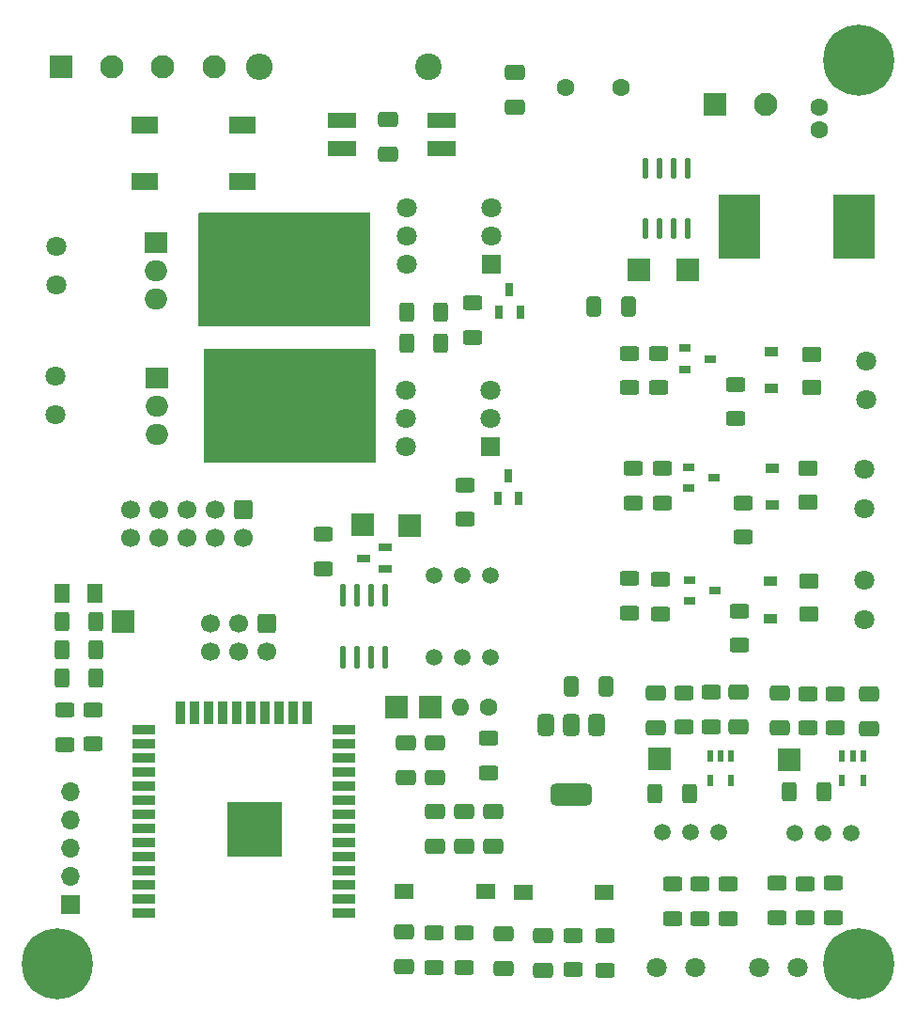
<source format=gbr>
%TF.GenerationSoftware,KiCad,Pcbnew,9.0.0*%
%TF.CreationDate,2025-08-03T03:58:21+03:00*%
%TF.ProjectId,HOT_AIRGUN_EXTRADOPE-rounded,484f545f-4149-4524-9755-4e5f45585452,rev?*%
%TF.SameCoordinates,Original*%
%TF.FileFunction,Soldermask,Top*%
%TF.FilePolarity,Negative*%
%FSLAX46Y46*%
G04 Gerber Fmt 4.6, Leading zero omitted, Abs format (unit mm)*
G04 Created by KiCad (PCBNEW 9.0.0) date 2025-08-03 03:58:21*
%MOMM*%
%LPD*%
G01*
G04 APERTURE LIST*
G04 Aperture macros list*
%AMRoundRect*
0 Rectangle with rounded corners*
0 $1 Rounding radius*
0 $2 $3 $4 $5 $6 $7 $8 $9 X,Y pos of 4 corners*
0 Add a 4 corners polygon primitive as box body*
4,1,4,$2,$3,$4,$5,$6,$7,$8,$9,$2,$3,0*
0 Add four circle primitives for the rounded corners*
1,1,$1+$1,$2,$3*
1,1,$1+$1,$4,$5*
1,1,$1+$1,$6,$7*
1,1,$1+$1,$8,$9*
0 Add four rect primitives between the rounded corners*
20,1,$1+$1,$2,$3,$4,$5,0*
20,1,$1+$1,$4,$5,$6,$7,0*
20,1,$1+$1,$6,$7,$8,$9,0*
20,1,$1+$1,$8,$9,$2,$3,0*%
G04 Aperture macros list end*
%ADD10RoundRect,0.250001X-0.799999X-0.799999X0.799999X-0.799999X0.799999X0.799999X-0.799999X0.799999X0*%
%ADD11C,2.100000*%
%ADD12C,1.600000*%
%ADD13RoundRect,0.250000X-0.625000X0.400000X-0.625000X-0.400000X0.625000X-0.400000X0.625000X0.400000X0*%
%ADD14C,1.520000*%
%ADD15RoundRect,0.250000X0.650000X-0.412500X0.650000X0.412500X-0.650000X0.412500X-0.650000X-0.412500X0*%
%ADD16RoundRect,0.250000X-0.400000X-0.625000X0.400000X-0.625000X0.400000X0.625000X-0.400000X0.625000X0*%
%ADD17R,2.000000X2.000000*%
%ADD18RoundRect,0.250000X-0.650000X0.412500X-0.650000X-0.412500X0.650000X-0.412500X0.650000X0.412500X0*%
%ADD19RoundRect,0.250000X-0.412500X-0.650000X0.412500X-0.650000X0.412500X0.650000X-0.412500X0.650000X0*%
%ADD20C,1.800000*%
%ADD21C,0.800000*%
%ADD22C,6.400000*%
%ADD23RoundRect,0.250000X0.625000X-0.400000X0.625000X0.400000X-0.625000X0.400000X-0.625000X-0.400000X0*%
%ADD24R,1.000000X0.800000*%
%ADD25R,0.600000X1.000000*%
%ADD26RoundRect,0.250001X-0.624999X0.462499X-0.624999X-0.462499X0.624999X-0.462499X0.624999X0.462499X0*%
%ADD27O,2.000000X1.905000*%
%ADD28R,2.000000X1.905000*%
%ADD29O,1.700000X1.700000*%
%ADD30R,1.700000X1.700000*%
%ADD31RoundRect,0.250000X0.400000X0.625000X-0.400000X0.625000X-0.400000X-0.625000X0.400000X-0.625000X0*%
%ADD32R,3.820000X5.820000*%
%ADD33RoundRect,0.375000X-0.375000X0.625000X-0.375000X-0.625000X0.375000X-0.625000X0.375000X0.625000X0*%
%ADD34RoundRect,0.500000X-1.400000X0.500000X-1.400000X-0.500000X1.400000X-0.500000X1.400000X0.500000X0*%
%ADD35R,2.470000X1.510000*%
%ADD36R,1.250000X0.700000*%
%ADD37R,1.150000X0.950000*%
%ADD38R,2.600000X1.420000*%
%ADD39R,0.700000X1.250000*%
%ADD40R,1.800000X1.800000*%
%ADD41R,1.740000X1.400000*%
%ADD42O,0.570000X1.950000*%
%ADD43C,1.700000*%
%ADD44RoundRect,0.250000X-0.600000X0.600000X-0.600000X-0.600000X0.600000X-0.600000X0.600000X0.600000X0*%
%ADD45RoundRect,0.250001X-0.462499X-0.624999X0.462499X-0.624999X0.462499X0.624999X-0.462499X0.624999X0*%
%ADD46R,5.000000X5.000000*%
%ADD47R,2.100000X0.950000*%
%ADD48R,0.950000X2.100000*%
%ADD49O,0.590000X2.050000*%
%ADD50O,2.400000X2.400000*%
%ADD51C,2.400000*%
%ADD52O,1.600000X1.600000*%
G04 APERTURE END LIST*
D10*
%TO.C,J5*%
X4100000Y84600000D03*
D11*
X8700000Y84600000D03*
X13300000Y84600000D03*
X17900000Y84600000D03*
%TD*%
D12*
%TO.C,C16*%
X54600000Y82700000D03*
X49600000Y82700000D03*
%TD*%
D13*
%TO.C,R25*%
X64270000Y7896075D03*
X64270000Y10996075D03*
%TD*%
D14*
%TO.C,R33*%
X42805000Y31446075D03*
X40265000Y31446075D03*
X37725000Y31446075D03*
%TD*%
D15*
%TO.C,C6*%
X65170000Y28258575D03*
X65170000Y25133575D03*
%TD*%
D16*
%TO.C,R11*%
X7300000Y32141075D03*
X4200000Y32141075D03*
%TD*%
D17*
%TO.C,TP7*%
X34325000Y26928575D03*
%TD*%
D13*
%TO.C,R34*%
X37775000Y3503575D03*
X37775000Y6603575D03*
%TD*%
D18*
%TO.C,C12*%
X43125000Y14441075D03*
X43125000Y17566075D03*
%TD*%
D19*
%TO.C,C5*%
X53212500Y28816075D03*
X50087500Y28816075D03*
%TD*%
D15*
%TO.C,C1*%
X68920000Y28171075D03*
X68920000Y25046075D03*
%TD*%
D20*
%TO.C,U14*%
X61317500Y3468575D03*
X57817500Y3468575D03*
%TD*%
D21*
%TO.C,H1*%
X78400000Y85200000D03*
X77697056Y83502944D03*
X77697056Y86897056D03*
X76000000Y82800000D03*
D22*
X76000000Y85200000D03*
D21*
X76000000Y87600000D03*
X74302944Y83502944D03*
X74302944Y86897056D03*
X73600000Y85200000D03*
%TD*%
D16*
%TO.C,R6*%
X38375000Y59716075D03*
X35275000Y59716075D03*
%TD*%
D13*
%TO.C,R8*%
X58130000Y35316075D03*
X58130000Y38416075D03*
%TD*%
D17*
%TO.C,TP9*%
X9700000Y34641075D03*
%TD*%
%TO.C,TP1*%
X35590000Y43256075D03*
%TD*%
D23*
%TO.C,R1*%
X4435000Y26651075D03*
X4435000Y23551075D03*
%TD*%
D24*
%TO.C,Q7*%
X63000000Y47591075D03*
X60700000Y46641075D03*
X60700000Y48541075D03*
%TD*%
D17*
%TO.C,TP10*%
X31355000Y43336075D03*
%TD*%
D18*
%TO.C,C13*%
X37825000Y20603575D03*
X37825000Y23728575D03*
%TD*%
D25*
%TO.C,U6*%
X76420000Y20321075D03*
X74520000Y20321075D03*
X74520000Y22521075D03*
X75470000Y22521075D03*
X76420000Y22521075D03*
%TD*%
D26*
%TO.C,D9*%
X71750000Y55753575D03*
X71750000Y58728575D03*
%TD*%
D27*
%TO.C,Q3*%
X12650000Y63671075D03*
X12650000Y66211075D03*
D28*
X12650000Y68751075D03*
%TD*%
D29*
%TO.C,J6*%
X4950000Y19276075D03*
X4950000Y16736075D03*
X4950000Y14196075D03*
X4950000Y11656075D03*
D30*
X4950000Y9116075D03*
%TD*%
D13*
%TO.C,R22*%
X55700000Y45341075D03*
X55700000Y48441075D03*
%TD*%
D17*
%TO.C,D1*%
X56200000Y66341075D03*
X60600000Y66341075D03*
%TD*%
D23*
%TO.C,R9*%
X42675000Y24103575D03*
X42675000Y21003575D03*
%TD*%
D14*
%TO.C,R32*%
X42820000Y38756075D03*
X40280000Y38756075D03*
X37740000Y38756075D03*
%TD*%
%TO.C,R29*%
X58305000Y15671075D03*
X60845000Y15671075D03*
X63385000Y15671075D03*
%TD*%
D31*
%TO.C,R26*%
X4200000Y34641075D03*
X7300000Y34641075D03*
%TD*%
D18*
%TO.C,C14*%
X40425000Y14391075D03*
X40425000Y17516075D03*
%TD*%
D20*
%TO.C,U15*%
X70517500Y3493575D03*
X67017500Y3493575D03*
%TD*%
D13*
%TO.C,R4*%
X41250000Y60241075D03*
X41250000Y63341075D03*
%TD*%
%TO.C,R37*%
X50240000Y3296075D03*
X50240000Y6396075D03*
%TD*%
D11*
%TO.C,J7*%
X67625000Y81191075D03*
D10*
X63025000Y81191075D03*
%TD*%
D32*
%TO.C,L1*%
X65245000Y70166075D03*
X75605000Y70166075D03*
%TD*%
D17*
%TO.C,TP8*%
X37450000Y26928575D03*
%TD*%
D33*
%TO.C,U7*%
X47825000Y25366075D03*
D34*
X50125000Y19066075D03*
D33*
X50125000Y25366075D03*
X52425000Y25366075D03*
%TD*%
D13*
%TO.C,R7*%
X55400000Y35416075D03*
X55400000Y38516075D03*
%TD*%
D35*
%TO.C,D3*%
X20510000Y79341075D03*
X20510000Y74241075D03*
X11690000Y74241075D03*
X11690000Y79341075D03*
%TD*%
D13*
%TO.C,R23*%
X58300000Y45341075D03*
X58300000Y48441075D03*
%TD*%
D36*
%TO.C,U3*%
X31365000Y40356075D03*
X33365000Y41306075D03*
X33365000Y39406075D03*
%TD*%
D15*
%TO.C,C9*%
X35000000Y6666075D03*
X35000000Y3541075D03*
%TD*%
D20*
%TO.C,U10*%
X76522500Y48318575D03*
X76522500Y44818575D03*
%TD*%
D23*
%TO.C,R38*%
X65300000Y35591075D03*
X65300000Y32491075D03*
%TD*%
D37*
%TO.C,D5*%
X68150000Y58981075D03*
X68150000Y55601075D03*
%TD*%
D24*
%TO.C,Q9*%
X62650000Y58291075D03*
X60350000Y57341075D03*
X60350000Y59241075D03*
%TD*%
D38*
%TO.C,U1*%
X38390000Y79801075D03*
X38390000Y77261075D03*
X29490000Y77261075D03*
X29490000Y79801075D03*
%TD*%
D20*
%TO.C,U12*%
X3730000Y64911075D03*
X3730000Y68411075D03*
%TD*%
D13*
%TO.C,R27*%
X55380000Y55711075D03*
X55380000Y58811075D03*
%TD*%
D15*
%TO.C,C8*%
X44050000Y6541075D03*
X44050000Y3416075D03*
%TD*%
D13*
%TO.C,R12*%
X61745000Y7896075D03*
X61745000Y10996075D03*
%TD*%
D20*
%TO.C,U9*%
X76722500Y58101075D03*
X76722500Y54601075D03*
%TD*%
D16*
%TO.C,R5*%
X38375000Y62516075D03*
X35275000Y62516075D03*
%TD*%
D20*
%TO.C,U11*%
X76540000Y38351075D03*
X76540000Y34851075D03*
%TD*%
D17*
%TO.C,TP4*%
X58095000Y22271075D03*
%TD*%
D13*
%TO.C,R28*%
X57980000Y55711075D03*
X57980000Y58811075D03*
%TD*%
D39*
%TO.C,Q5*%
X44450000Y47741075D03*
X45400000Y45741075D03*
X43500000Y45741075D03*
%TD*%
D16*
%TO.C,R21*%
X72870000Y19346075D03*
X69770000Y19346075D03*
%TD*%
D20*
%TO.C,T1*%
X35290000Y66801075D03*
X35290000Y69341075D03*
X35290000Y71881075D03*
X42910000Y71881075D03*
X42910000Y69341075D03*
D40*
X42910000Y66801075D03*
%TD*%
D13*
%TO.C,R3*%
X40550000Y43841075D03*
X40550000Y46941075D03*
%TD*%
D41*
%TO.C,SW1*%
X42370000Y10328575D03*
X35030000Y10328575D03*
%TD*%
D21*
%TO.C,H3*%
X6200000Y3800000D03*
X5497056Y2102944D03*
X5497056Y5497056D03*
X3800000Y1400000D03*
D22*
X3800000Y3800000D03*
D21*
X3800000Y6200000D03*
X2102944Y2102944D03*
X2102944Y5497056D03*
X1400000Y3800000D03*
%TD*%
D42*
%TO.C,U5*%
X60645005Y70031075D03*
X59365005Y70031075D03*
X58105005Y70031075D03*
X56835005Y70031075D03*
X56835005Y75451075D03*
X58105005Y75451075D03*
X59365005Y75451075D03*
X60645005Y75451075D03*
%TD*%
D37*
%TO.C,D4*%
X68200000Y48481075D03*
X68200000Y45101075D03*
%TD*%
D12*
%TO.C,C18*%
X72450000Y80916075D03*
X72450000Y78916075D03*
%TD*%
D24*
%TO.C,Q8*%
X63075000Y37441075D03*
X60775000Y36491075D03*
X60775000Y38391075D03*
%TD*%
D23*
%TO.C,R17*%
X73895000Y28146075D03*
X73895000Y25046075D03*
%TD*%
D41*
%TO.C,SW2*%
X53110000Y10296075D03*
X45770000Y10296075D03*
%TD*%
D43*
%TO.C,J8*%
X10380000Y42191075D03*
X10380000Y44731075D03*
X12920000Y42191075D03*
X12920000Y44731075D03*
X15460000Y42191075D03*
X15460000Y44731075D03*
X18000000Y42191075D03*
X18000000Y44731075D03*
X20540000Y42191075D03*
D44*
X20540000Y44731075D03*
%TD*%
D31*
%TO.C,R39*%
X4200000Y29591075D03*
X7300000Y29591075D03*
%TD*%
D18*
%TO.C,C17*%
X33600000Y76716075D03*
X33600000Y79841075D03*
%TD*%
D23*
%TO.C,R40*%
X65600000Y45341075D03*
X65600000Y42241075D03*
%TD*%
D25*
%TO.C,U8*%
X64535000Y20296075D03*
X62635000Y20296075D03*
X62635000Y22496075D03*
X63585000Y22496075D03*
X64535000Y22496075D03*
%TD*%
D16*
%TO.C,R20*%
X60770000Y19121075D03*
X57670000Y19121075D03*
%TD*%
D18*
%TO.C,C11*%
X37875000Y14391075D03*
X37875000Y17516075D03*
%TD*%
D15*
%TO.C,C2*%
X57770000Y28233575D03*
X57770000Y25108575D03*
%TD*%
D21*
%TO.C,H2*%
X78400000Y3800000D03*
X77697056Y2102944D03*
X77697056Y5497056D03*
X76000000Y1400000D03*
D22*
X76000000Y3800000D03*
D21*
X76000000Y6200000D03*
X74302944Y2102944D03*
X74302944Y5497056D03*
X73600000Y3800000D03*
%TD*%
D15*
%TO.C,C10*%
X47540000Y6396075D03*
X47540000Y3271075D03*
%TD*%
D45*
%TO.C,D7*%
X7187500Y37191075D03*
X4212500Y37191075D03*
%TD*%
D43*
%TO.C,J9*%
X17570000Y31951075D03*
X17570000Y34491075D03*
X20110000Y31951075D03*
X20110000Y34491075D03*
X22650000Y31951075D03*
D44*
X22650000Y34491075D03*
%TD*%
D23*
%TO.C,R19*%
X68670000Y11071075D03*
X68670000Y7971075D03*
%TD*%
%TO.C,R2*%
X7035000Y26701075D03*
X7035000Y23601075D03*
%TD*%
%TO.C,R14*%
X62695000Y28271075D03*
X62695000Y25171075D03*
%TD*%
D20*
%TO.C,T2*%
X35240000Y50401075D03*
X35240000Y52941075D03*
X35240000Y55481075D03*
X42860000Y55481075D03*
X42860000Y52941075D03*
D40*
X42860000Y50401075D03*
%TD*%
D46*
%TO.C,U2*%
X21620000Y15946075D03*
D47*
X11600000Y8396075D03*
X11600000Y9666075D03*
X11600000Y10936075D03*
X11600000Y12206075D03*
X11600000Y13476075D03*
X11600000Y14746075D03*
X11600000Y16016075D03*
X11600000Y17286075D03*
X11600000Y18556075D03*
X11600000Y19826075D03*
X11600000Y21096075D03*
X11600000Y22366075D03*
X11600000Y23636075D03*
X11600000Y24906075D03*
D48*
X14880000Y26426075D03*
X16150000Y26426075D03*
X17420000Y26426075D03*
X18690000Y26426075D03*
X19960000Y26426075D03*
X21230000Y26436075D03*
X22500000Y26436075D03*
X23770000Y26436075D03*
X25040000Y26436075D03*
X26310000Y26436075D03*
D47*
X29600000Y24906075D03*
X29600000Y23636075D03*
X29600000Y22366075D03*
X29600000Y21096075D03*
X29600000Y19826075D03*
X29600000Y18556075D03*
X29600000Y17286075D03*
X29600000Y16016075D03*
X29600000Y14746075D03*
X29600000Y13476075D03*
X29600000Y12206075D03*
X29600000Y10936075D03*
X29600000Y9666075D03*
X29600000Y8396075D03*
%TD*%
D49*
%TO.C,U4*%
X33390000Y31456075D03*
X32110000Y31456075D03*
X30850000Y31456075D03*
X29580000Y31456075D03*
X29580000Y36996075D03*
X30850000Y36996075D03*
X32110000Y36996075D03*
X33390000Y36996075D03*
%TD*%
D26*
%TO.C,D8*%
X71425000Y45428575D03*
X71425000Y48403575D03*
%TD*%
D18*
%TO.C,C15*%
X35175000Y20603575D03*
X35175000Y23728575D03*
%TD*%
D17*
%TO.C,TP3*%
X69770000Y22196075D03*
%TD*%
D13*
%TO.C,R24*%
X73745000Y7971075D03*
X73745000Y11071075D03*
%TD*%
D23*
%TO.C,R41*%
X64950000Y55991075D03*
X64950000Y52891075D03*
%TD*%
D15*
%TO.C,C7*%
X76945000Y28146075D03*
X76945000Y25021075D03*
%TD*%
D50*
%TO.C,R13*%
X21980000Y84611075D03*
D51*
X37220000Y84611075D03*
%TD*%
D27*
%TO.C,Q4*%
X12790000Y51460000D03*
X12790000Y54000000D03*
D28*
X12790000Y56540000D03*
%TD*%
D23*
%TO.C,R15*%
X60245000Y28246075D03*
X60245000Y25146075D03*
%TD*%
D13*
%TO.C,R36*%
X53140000Y3271075D03*
X53140000Y6371075D03*
%TD*%
%TO.C,R35*%
X40500000Y3503575D03*
X40500000Y6603575D03*
%TD*%
%TO.C,R31*%
X27765000Y39406075D03*
X27765000Y42506075D03*
%TD*%
D52*
%TO.C,TH1*%
X40135000Y26958575D03*
D12*
X42675000Y26958575D03*
%TD*%
D14*
%TO.C,R30*%
X70280000Y15596075D03*
X72820000Y15596075D03*
X75360000Y15596075D03*
%TD*%
D37*
%TO.C,D2*%
X68100000Y38281075D03*
X68100000Y34901075D03*
%TD*%
D39*
%TO.C,Q6*%
X44550000Y64491075D03*
X45500000Y62491075D03*
X43600000Y62491075D03*
%TD*%
D20*
%TO.C,U13*%
X3670000Y53231075D03*
X3670000Y56731075D03*
%TD*%
D26*
%TO.C,D6*%
X71500000Y35291075D03*
X71500000Y38266075D03*
%TD*%
D23*
%TO.C,R18*%
X71420000Y28146075D03*
X71420000Y25046075D03*
%TD*%
D13*
%TO.C,R16*%
X71195000Y7946075D03*
X71195000Y11046075D03*
%TD*%
D19*
%TO.C,C4*%
X55262500Y62991075D03*
X52137500Y62991075D03*
%TD*%
D23*
%TO.C,R10*%
X59245000Y11021075D03*
X59245000Y7921075D03*
%TD*%
D18*
%TO.C,C3*%
X45000000Y80937500D03*
X45000000Y84062500D03*
%TD*%
G36*
X32371292Y59174160D02*
G01*
X32438293Y59154346D01*
X32483946Y59101453D01*
X32495052Y59050039D01*
X32485294Y49087401D01*
X32465544Y49020380D01*
X32412695Y48974677D01*
X32361693Y48963523D01*
X17089694Y48914322D01*
X17022592Y48933790D01*
X16976667Y48986446D01*
X16965295Y49038442D01*
X16975053Y59079802D01*
X16994803Y59146822D01*
X17047651Y59192525D01*
X17099293Y59203681D01*
X32371292Y59174160D01*
G37*
G36*
X31896118Y71451315D02*
G01*
X31963119Y71431501D01*
X32008772Y71378608D01*
X32019878Y71327194D01*
X32010120Y61364556D01*
X31990370Y61297535D01*
X31937521Y61251832D01*
X31886519Y61240678D01*
X16614520Y61191477D01*
X16547418Y61210945D01*
X16501493Y61263601D01*
X16490121Y61315597D01*
X16499879Y71356957D01*
X16519629Y71423977D01*
X16572477Y71469680D01*
X16624119Y71480836D01*
X31896118Y71451315D01*
G37*
M02*

</source>
